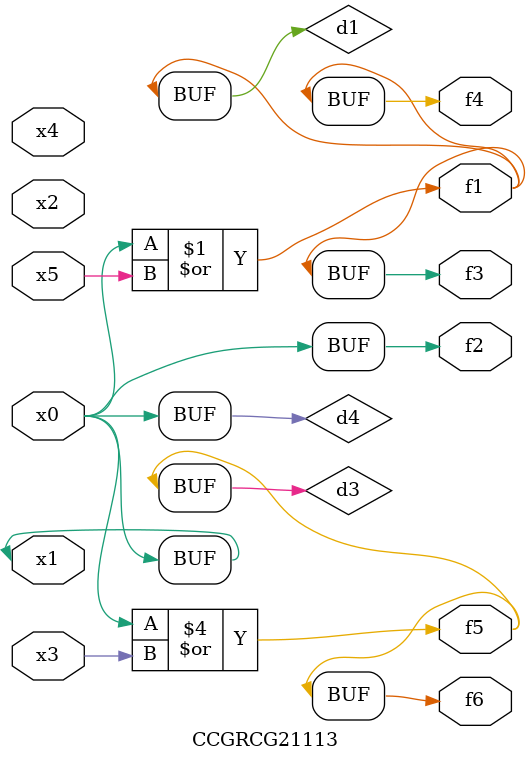
<source format=v>
module CCGRCG21113(
	input x0, x1, x2, x3, x4, x5,
	output f1, f2, f3, f4, f5, f6
);

	wire d1, d2, d3, d4;

	or (d1, x0, x5);
	xnor (d2, x1, x4);
	or (d3, x0, x3);
	buf (d4, x0, x1);
	assign f1 = d1;
	assign f2 = d4;
	assign f3 = d1;
	assign f4 = d1;
	assign f5 = d3;
	assign f6 = d3;
endmodule

</source>
